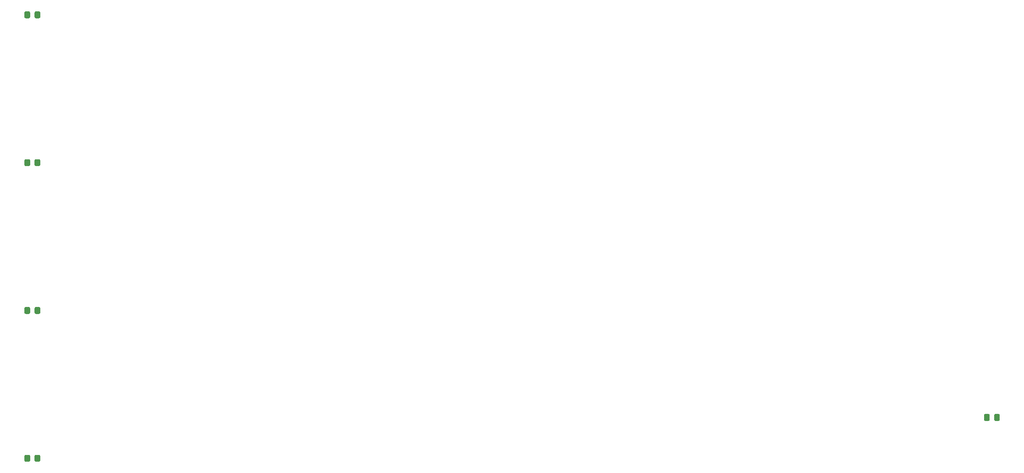
<source format=gbr>
%TF.GenerationSoftware,KiCad,Pcbnew,5.1.6-c6e7f7d~87~ubuntu18.04.1*%
%TF.CreationDate,2020-08-30T13:02:08+02:00*%
%TF.ProjectId,Elektronik,456c656b-7472-46f6-9e69-6b2e6b696361,rev?*%
%TF.SameCoordinates,Original*%
%TF.FileFunction,Paste,Bot*%
%TF.FilePolarity,Positive*%
%FSLAX46Y46*%
G04 Gerber Fmt 4.6, Leading zero omitted, Abs format (unit mm)*
G04 Created by KiCad (PCBNEW 5.1.6-c6e7f7d~87~ubuntu18.04.1) date 2020-08-30 13:02:08*
%MOMM*%
%LPD*%
G01*
G04 APERTURE LIST*
G04 APERTURE END LIST*
%TO.C,D535*%
G36*
G01*
X36255000Y-133800001D02*
X36255000Y-132899999D01*
G75*
G02*
X36504999Y-132650000I249999J0D01*
G01*
X37155001Y-132650000D01*
G75*
G02*
X37405000Y-132899999I0J-249999D01*
G01*
X37405000Y-133800001D01*
G75*
G02*
X37155001Y-134050000I-249999J0D01*
G01*
X36504999Y-134050000D01*
G75*
G02*
X36255000Y-133800001I0J249999D01*
G01*
G37*
G36*
G01*
X34205000Y-133800001D02*
X34205000Y-132899999D01*
G75*
G02*
X34454999Y-132650000I249999J0D01*
G01*
X35105001Y-132650000D01*
G75*
G02*
X35355000Y-132899999I0J-249999D01*
G01*
X35355000Y-133800001D01*
G75*
G02*
X35105001Y-134050000I-249999J0D01*
G01*
X34454999Y-134050000D01*
G75*
G02*
X34205000Y-133800001I0J249999D01*
G01*
G37*
%TD*%
%TO.C,D534*%
G36*
G01*
X36255000Y-163645001D02*
X36255000Y-162744999D01*
G75*
G02*
X36504999Y-162495000I249999J0D01*
G01*
X37155001Y-162495000D01*
G75*
G02*
X37405000Y-162744999I0J-249999D01*
G01*
X37405000Y-163645001D01*
G75*
G02*
X37155001Y-163895000I-249999J0D01*
G01*
X36504999Y-163895000D01*
G75*
G02*
X36255000Y-163645001I0J249999D01*
G01*
G37*
G36*
G01*
X34205000Y-163645001D02*
X34205000Y-162744999D01*
G75*
G02*
X34454999Y-162495000I249999J0D01*
G01*
X35105001Y-162495000D01*
G75*
G02*
X35355000Y-162744999I0J-249999D01*
G01*
X35355000Y-163645001D01*
G75*
G02*
X35105001Y-163895000I-249999J0D01*
G01*
X34454999Y-163895000D01*
G75*
G02*
X34205000Y-163645001I0J249999D01*
G01*
G37*
%TD*%
%TO.C,D533*%
G36*
G01*
X36255000Y-74110001D02*
X36255000Y-73209999D01*
G75*
G02*
X36504999Y-72960000I249999J0D01*
G01*
X37155001Y-72960000D01*
G75*
G02*
X37405000Y-73209999I0J-249999D01*
G01*
X37405000Y-74110001D01*
G75*
G02*
X37155001Y-74360000I-249999J0D01*
G01*
X36504999Y-74360000D01*
G75*
G02*
X36255000Y-74110001I0J249999D01*
G01*
G37*
G36*
G01*
X34205000Y-74110001D02*
X34205000Y-73209999D01*
G75*
G02*
X34454999Y-72960000I249999J0D01*
G01*
X35105001Y-72960000D01*
G75*
G02*
X35355000Y-73209999I0J-249999D01*
G01*
X35355000Y-74110001D01*
G75*
G02*
X35105001Y-74360000I-249999J0D01*
G01*
X34454999Y-74360000D01*
G75*
G02*
X34205000Y-74110001I0J249999D01*
G01*
G37*
%TD*%
%TO.C,D532*%
G36*
G01*
X36255000Y-103955001D02*
X36255000Y-103054999D01*
G75*
G02*
X36504999Y-102805000I249999J0D01*
G01*
X37155001Y-102805000D01*
G75*
G02*
X37405000Y-103054999I0J-249999D01*
G01*
X37405000Y-103955001D01*
G75*
G02*
X37155001Y-104205000I-249999J0D01*
G01*
X36504999Y-104205000D01*
G75*
G02*
X36255000Y-103955001I0J249999D01*
G01*
G37*
G36*
G01*
X34205000Y-103955001D02*
X34205000Y-103054999D01*
G75*
G02*
X34454999Y-102805000I249999J0D01*
G01*
X35105001Y-102805000D01*
G75*
G02*
X35355000Y-103054999I0J-249999D01*
G01*
X35355000Y-103955001D01*
G75*
G02*
X35105001Y-104205000I-249999J0D01*
G01*
X34454999Y-104205000D01*
G75*
G02*
X34205000Y-103955001I0J249999D01*
G01*
G37*
%TD*%
%TO.C,D529*%
G36*
G01*
X228785000Y-154489999D02*
X228785000Y-155390001D01*
G75*
G02*
X228535001Y-155640000I-249999J0D01*
G01*
X227884999Y-155640000D01*
G75*
G02*
X227635000Y-155390001I0J249999D01*
G01*
X227635000Y-154489999D01*
G75*
G02*
X227884999Y-154240000I249999J0D01*
G01*
X228535001Y-154240000D01*
G75*
G02*
X228785000Y-154489999I0J-249999D01*
G01*
G37*
G36*
G01*
X230835000Y-154489999D02*
X230835000Y-155390001D01*
G75*
G02*
X230585001Y-155640000I-249999J0D01*
G01*
X229934999Y-155640000D01*
G75*
G02*
X229685000Y-155390001I0J249999D01*
G01*
X229685000Y-154489999D01*
G75*
G02*
X229934999Y-154240000I249999J0D01*
G01*
X230585001Y-154240000D01*
G75*
G02*
X230835000Y-154489999I0J-249999D01*
G01*
G37*
%TD*%
M02*

</source>
